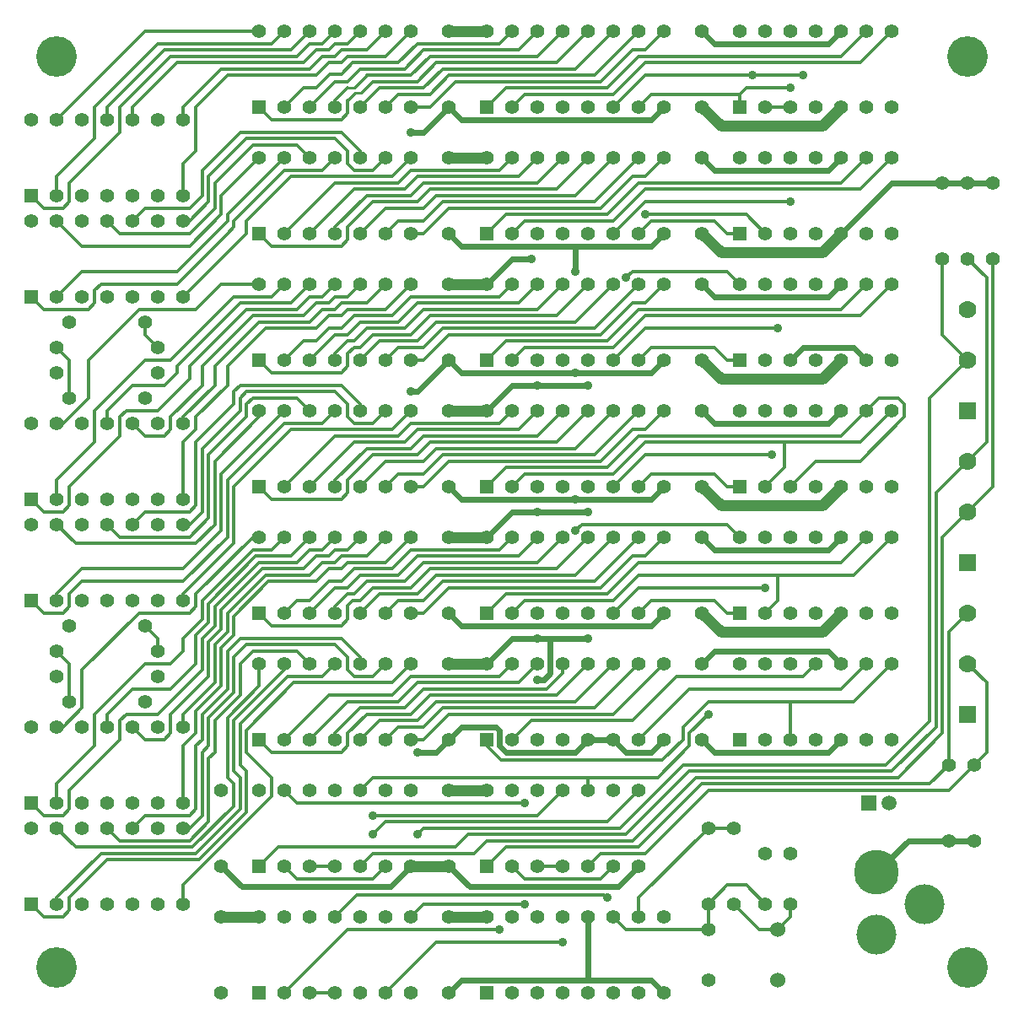
<source format=gbl>
G04 #@! TF.FileFunction,Copper,L2,Bot,Signal*
%FSLAX46Y46*%
G04 Gerber Fmt 4.6, Leading zero omitted, Abs format (unit mm)*
G04 Created by KiCad (PCBNEW 4.0.7) date 02/26/19 10:17:44*
%MOMM*%
%LPD*%
G01*
G04 APERTURE LIST*
%ADD10C,0.150000*%
%ADD11C,1.397000*%
%ADD12R,1.397000X1.397000*%
%ADD13C,4.064000*%
%ADD14C,4.000000*%
%ADD15C,4.500000*%
%ADD16C,1.524000*%
%ADD17R,1.778000X1.778000*%
%ADD18C,1.778000*%
%ADD19R,1.490980X1.490980*%
%ADD20C,1.490980*%
%ADD21C,0.889000*%
%ADD22C,0.355600*%
%ADD23C,0.609600*%
%ADD24C,1.117600*%
%ADD25C,0.254000*%
G04 APERTURE END LIST*
D10*
D11*
X90170000Y-113030000D03*
X82550000Y-113030000D03*
X82550000Y-120650000D03*
X90170000Y-120650000D03*
X90170000Y-82550000D03*
X82550000Y-82550000D03*
X82550000Y-90170000D03*
X90170000Y-90170000D03*
X172720000Y-76200000D03*
X172720000Y-68580000D03*
X175260000Y-76200000D03*
X175260000Y-68580000D03*
X149225000Y-133350000D03*
X149225000Y-140970000D03*
X146685000Y-140970000D03*
X146685000Y-133350000D03*
X170180000Y-76200000D03*
X170180000Y-68580000D03*
X173355000Y-127000000D03*
X173355000Y-134620000D03*
X170815000Y-127000000D03*
X170815000Y-134620000D03*
X81280000Y-87630000D03*
X81280000Y-85090000D03*
X91440000Y-87630000D03*
X91440000Y-85090000D03*
X81280000Y-118110000D03*
X81280000Y-115570000D03*
X91440000Y-118110000D03*
X91440000Y-115570000D03*
D12*
X124460000Y-60960000D03*
D11*
X127000000Y-60960000D03*
X129540000Y-60960000D03*
X132080000Y-60960000D03*
X134620000Y-60960000D03*
X137160000Y-60960000D03*
X139700000Y-60960000D03*
X142240000Y-60960000D03*
X142240000Y-53340000D03*
X139700000Y-53340000D03*
X137160000Y-53340000D03*
X134620000Y-53340000D03*
X132080000Y-53340000D03*
X129540000Y-53340000D03*
X127000000Y-53340000D03*
X124460000Y-53340000D03*
D12*
X124460000Y-149860000D03*
D11*
X127000000Y-149860000D03*
X129540000Y-149860000D03*
X132080000Y-149860000D03*
X134620000Y-149860000D03*
X137160000Y-149860000D03*
X139700000Y-149860000D03*
X142240000Y-149860000D03*
X142240000Y-142240000D03*
X139700000Y-142240000D03*
X137160000Y-142240000D03*
X134620000Y-142240000D03*
X132080000Y-142240000D03*
X129540000Y-142240000D03*
X127000000Y-142240000D03*
X124460000Y-142240000D03*
D12*
X124460000Y-124460000D03*
D11*
X127000000Y-124460000D03*
X129540000Y-124460000D03*
X132080000Y-124460000D03*
X134620000Y-124460000D03*
X137160000Y-124460000D03*
X139700000Y-124460000D03*
X142240000Y-124460000D03*
X142240000Y-116840000D03*
X139700000Y-116840000D03*
X137160000Y-116840000D03*
X134620000Y-116840000D03*
X132080000Y-116840000D03*
X129540000Y-116840000D03*
X127000000Y-116840000D03*
X124460000Y-116840000D03*
D12*
X124460000Y-111760000D03*
D11*
X127000000Y-111760000D03*
X129540000Y-111760000D03*
X132080000Y-111760000D03*
X134620000Y-111760000D03*
X137160000Y-111760000D03*
X139700000Y-111760000D03*
X142240000Y-111760000D03*
X142240000Y-104140000D03*
X139700000Y-104140000D03*
X137160000Y-104140000D03*
X134620000Y-104140000D03*
X132080000Y-104140000D03*
X129540000Y-104140000D03*
X127000000Y-104140000D03*
X124460000Y-104140000D03*
D12*
X124460000Y-99060000D03*
D11*
X127000000Y-99060000D03*
X129540000Y-99060000D03*
X132080000Y-99060000D03*
X134620000Y-99060000D03*
X137160000Y-99060000D03*
X139700000Y-99060000D03*
X142240000Y-99060000D03*
X142240000Y-91440000D03*
X139700000Y-91440000D03*
X137160000Y-91440000D03*
X134620000Y-91440000D03*
X132080000Y-91440000D03*
X129540000Y-91440000D03*
X127000000Y-91440000D03*
X124460000Y-91440000D03*
D12*
X124460000Y-86360000D03*
D11*
X127000000Y-86360000D03*
X129540000Y-86360000D03*
X132080000Y-86360000D03*
X134620000Y-86360000D03*
X137160000Y-86360000D03*
X139700000Y-86360000D03*
X142240000Y-86360000D03*
X142240000Y-78740000D03*
X139700000Y-78740000D03*
X137160000Y-78740000D03*
X134620000Y-78740000D03*
X132080000Y-78740000D03*
X129540000Y-78740000D03*
X127000000Y-78740000D03*
X124460000Y-78740000D03*
D12*
X124460000Y-73660000D03*
D11*
X127000000Y-73660000D03*
X129540000Y-73660000D03*
X132080000Y-73660000D03*
X134620000Y-73660000D03*
X137160000Y-73660000D03*
X139700000Y-73660000D03*
X142240000Y-73660000D03*
X142240000Y-66040000D03*
X139700000Y-66040000D03*
X137160000Y-66040000D03*
X134620000Y-66040000D03*
X132080000Y-66040000D03*
X129540000Y-66040000D03*
X127000000Y-66040000D03*
X124460000Y-66040000D03*
D12*
X101600000Y-73660000D03*
D11*
X104140000Y-73660000D03*
X106680000Y-73660000D03*
X109220000Y-73660000D03*
X111760000Y-73660000D03*
X114300000Y-73660000D03*
X116840000Y-73660000D03*
X116840000Y-66040000D03*
X114300000Y-66040000D03*
X111760000Y-66040000D03*
X109220000Y-66040000D03*
X106680000Y-66040000D03*
X104140000Y-66040000D03*
X101600000Y-66040000D03*
D12*
X101600000Y-60960000D03*
D11*
X104140000Y-60960000D03*
X106680000Y-60960000D03*
X109220000Y-60960000D03*
X111760000Y-60960000D03*
X114300000Y-60960000D03*
X116840000Y-60960000D03*
X116840000Y-53340000D03*
X114300000Y-53340000D03*
X111760000Y-53340000D03*
X109220000Y-53340000D03*
X106680000Y-53340000D03*
X104140000Y-53340000D03*
X101600000Y-53340000D03*
D12*
X101600000Y-86360000D03*
D11*
X104140000Y-86360000D03*
X106680000Y-86360000D03*
X109220000Y-86360000D03*
X111760000Y-86360000D03*
X114300000Y-86360000D03*
X116840000Y-86360000D03*
X116840000Y-78740000D03*
X114300000Y-78740000D03*
X111760000Y-78740000D03*
X109220000Y-78740000D03*
X106680000Y-78740000D03*
X104140000Y-78740000D03*
X101600000Y-78740000D03*
D12*
X101600000Y-99060000D03*
D11*
X104140000Y-99060000D03*
X106680000Y-99060000D03*
X109220000Y-99060000D03*
X111760000Y-99060000D03*
X114300000Y-99060000D03*
X116840000Y-99060000D03*
X116840000Y-91440000D03*
X114300000Y-91440000D03*
X111760000Y-91440000D03*
X109220000Y-91440000D03*
X106680000Y-91440000D03*
X104140000Y-91440000D03*
X101600000Y-91440000D03*
D12*
X101600000Y-111760000D03*
D11*
X104140000Y-111760000D03*
X106680000Y-111760000D03*
X109220000Y-111760000D03*
X111760000Y-111760000D03*
X114300000Y-111760000D03*
X116840000Y-111760000D03*
X116840000Y-104140000D03*
X114300000Y-104140000D03*
X111760000Y-104140000D03*
X109220000Y-104140000D03*
X106680000Y-104140000D03*
X104140000Y-104140000D03*
X101600000Y-104140000D03*
D12*
X101600000Y-124460000D03*
D11*
X104140000Y-124460000D03*
X106680000Y-124460000D03*
X109220000Y-124460000D03*
X111760000Y-124460000D03*
X114300000Y-124460000D03*
X116840000Y-124460000D03*
X116840000Y-116840000D03*
X114300000Y-116840000D03*
X111760000Y-116840000D03*
X109220000Y-116840000D03*
X106680000Y-116840000D03*
X104140000Y-116840000D03*
X101600000Y-116840000D03*
D12*
X124460000Y-137160000D03*
D11*
X127000000Y-137160000D03*
X129540000Y-137160000D03*
X132080000Y-137160000D03*
X134620000Y-137160000D03*
X137160000Y-137160000D03*
X139700000Y-137160000D03*
X139700000Y-129540000D03*
X137160000Y-129540000D03*
X134620000Y-129540000D03*
X132080000Y-129540000D03*
X129540000Y-129540000D03*
X127000000Y-129540000D03*
X124460000Y-129540000D03*
D12*
X101600000Y-149860000D03*
D11*
X104140000Y-149860000D03*
X106680000Y-149860000D03*
X109220000Y-149860000D03*
X111760000Y-149860000D03*
X114300000Y-149860000D03*
X116840000Y-149860000D03*
X116840000Y-142240000D03*
X114300000Y-142240000D03*
X111760000Y-142240000D03*
X109220000Y-142240000D03*
X106680000Y-142240000D03*
X104140000Y-142240000D03*
X101600000Y-142240000D03*
D12*
X101600000Y-137160000D03*
D11*
X104140000Y-137160000D03*
X106680000Y-137160000D03*
X109220000Y-137160000D03*
X111760000Y-137160000D03*
X114300000Y-137160000D03*
X116840000Y-137160000D03*
X116840000Y-129540000D03*
X114300000Y-129540000D03*
X111760000Y-129540000D03*
X109220000Y-129540000D03*
X106680000Y-129540000D03*
X104140000Y-129540000D03*
X101600000Y-129540000D03*
D12*
X149860000Y-124460000D03*
D11*
X152400000Y-124460000D03*
X154940000Y-124460000D03*
X157480000Y-124460000D03*
X160020000Y-124460000D03*
X162560000Y-124460000D03*
X165100000Y-124460000D03*
X165100000Y-116840000D03*
X162560000Y-116840000D03*
X160020000Y-116840000D03*
X157480000Y-116840000D03*
X154940000Y-116840000D03*
X152400000Y-116840000D03*
X149860000Y-116840000D03*
D12*
X149860000Y-111760000D03*
D11*
X152400000Y-111760000D03*
X154940000Y-111760000D03*
X157480000Y-111760000D03*
X160020000Y-111760000D03*
X162560000Y-111760000D03*
X165100000Y-111760000D03*
X165100000Y-104140000D03*
X162560000Y-104140000D03*
X160020000Y-104140000D03*
X157480000Y-104140000D03*
X154940000Y-104140000D03*
X152400000Y-104140000D03*
X149860000Y-104140000D03*
D12*
X149860000Y-99060000D03*
D11*
X152400000Y-99060000D03*
X154940000Y-99060000D03*
X157480000Y-99060000D03*
X160020000Y-99060000D03*
X162560000Y-99060000D03*
X165100000Y-99060000D03*
X165100000Y-91440000D03*
X162560000Y-91440000D03*
X160020000Y-91440000D03*
X157480000Y-91440000D03*
X154940000Y-91440000D03*
X152400000Y-91440000D03*
X149860000Y-91440000D03*
D12*
X149860000Y-86360000D03*
D11*
X152400000Y-86360000D03*
X154940000Y-86360000D03*
X157480000Y-86360000D03*
X160020000Y-86360000D03*
X162560000Y-86360000D03*
X165100000Y-86360000D03*
X165100000Y-78740000D03*
X162560000Y-78740000D03*
X160020000Y-78740000D03*
X157480000Y-78740000D03*
X154940000Y-78740000D03*
X152400000Y-78740000D03*
X149860000Y-78740000D03*
D12*
X149860000Y-73660000D03*
D11*
X152400000Y-73660000D03*
X154940000Y-73660000D03*
X157480000Y-73660000D03*
X160020000Y-73660000D03*
X162560000Y-73660000D03*
X165100000Y-73660000D03*
X165100000Y-66040000D03*
X162560000Y-66040000D03*
X160020000Y-66040000D03*
X157480000Y-66040000D03*
X154940000Y-66040000D03*
X152400000Y-66040000D03*
X149860000Y-66040000D03*
D12*
X149860000Y-60960000D03*
D11*
X152400000Y-60960000D03*
X154940000Y-60960000D03*
X157480000Y-60960000D03*
X160020000Y-60960000D03*
X162560000Y-60960000D03*
X165100000Y-60960000D03*
X165100000Y-53340000D03*
X162560000Y-53340000D03*
X160020000Y-53340000D03*
X157480000Y-53340000D03*
X154940000Y-53340000D03*
X152400000Y-53340000D03*
X149860000Y-53340000D03*
D13*
X81280000Y-147320000D03*
X172720000Y-55880000D03*
X172720000Y-147320000D03*
X81280000Y-55880000D03*
D14*
X163600000Y-144000000D03*
D15*
X163600000Y-137799860D03*
D14*
X168400600Y-141000260D03*
D11*
X146685000Y-143510000D03*
X146685000Y-148590000D03*
D16*
X153670000Y-143510000D03*
X153670000Y-148590000D03*
D12*
X78740000Y-69850000D03*
D11*
X81280000Y-69850000D03*
X83820000Y-69850000D03*
X86360000Y-69850000D03*
X88900000Y-69850000D03*
X91440000Y-69850000D03*
X93980000Y-69850000D03*
X93980000Y-62230000D03*
X91440000Y-62230000D03*
X88900000Y-62230000D03*
X86360000Y-62230000D03*
X83820000Y-62230000D03*
X81280000Y-62230000D03*
X78740000Y-62230000D03*
D12*
X78740000Y-140970000D03*
D11*
X81280000Y-140970000D03*
X83820000Y-140970000D03*
X86360000Y-140970000D03*
X88900000Y-140970000D03*
X91440000Y-140970000D03*
X93980000Y-140970000D03*
X93980000Y-133350000D03*
X91440000Y-133350000D03*
X88900000Y-133350000D03*
X86360000Y-133350000D03*
X83820000Y-133350000D03*
X81280000Y-133350000D03*
X78740000Y-133350000D03*
D12*
X78740000Y-80010000D03*
D11*
X81280000Y-80010000D03*
X83820000Y-80010000D03*
X86360000Y-80010000D03*
X88900000Y-80010000D03*
X91440000Y-80010000D03*
X93980000Y-80010000D03*
X93980000Y-72390000D03*
X91440000Y-72390000D03*
X88900000Y-72390000D03*
X86360000Y-72390000D03*
X83820000Y-72390000D03*
X81280000Y-72390000D03*
X78740000Y-72390000D03*
D12*
X78740000Y-100330000D03*
D11*
X81280000Y-100330000D03*
X83820000Y-100330000D03*
X86360000Y-100330000D03*
X88900000Y-100330000D03*
X91440000Y-100330000D03*
X93980000Y-100330000D03*
X93980000Y-92710000D03*
X91440000Y-92710000D03*
X88900000Y-92710000D03*
X86360000Y-92710000D03*
X83820000Y-92710000D03*
X81280000Y-92710000D03*
X78740000Y-92710000D03*
D12*
X78740000Y-110490000D03*
D11*
X81280000Y-110490000D03*
X83820000Y-110490000D03*
X86360000Y-110490000D03*
X88900000Y-110490000D03*
X91440000Y-110490000D03*
X93980000Y-110490000D03*
X93980000Y-102870000D03*
X91440000Y-102870000D03*
X88900000Y-102870000D03*
X86360000Y-102870000D03*
X83820000Y-102870000D03*
X81280000Y-102870000D03*
X78740000Y-102870000D03*
D12*
X78740000Y-130810000D03*
D11*
X81280000Y-130810000D03*
X83820000Y-130810000D03*
X86360000Y-130810000D03*
X88900000Y-130810000D03*
X91440000Y-130810000D03*
X93980000Y-130810000D03*
X93980000Y-123190000D03*
X91440000Y-123190000D03*
X88900000Y-123190000D03*
X86360000Y-123190000D03*
X83820000Y-123190000D03*
X81280000Y-123190000D03*
X78740000Y-123190000D03*
D17*
X172720000Y-91440000D03*
D18*
X172720000Y-86360000D03*
X172720000Y-81280000D03*
D17*
X172720000Y-106680000D03*
D18*
X172720000Y-101600000D03*
X172720000Y-96520000D03*
D17*
X172720000Y-121920000D03*
D18*
X172720000Y-116840000D03*
X172720000Y-111760000D03*
D19*
X162829240Y-130810000D03*
D20*
X164830760Y-130810000D03*
D11*
X120650000Y-91440000D03*
X120650000Y-99060000D03*
X120650000Y-142240000D03*
X120650000Y-149860000D03*
X97790000Y-129540000D03*
X97790000Y-137160000D03*
X120650000Y-129540000D03*
X120650000Y-137160000D03*
X97790000Y-142240000D03*
X97790000Y-149860000D03*
X120650000Y-66040000D03*
X120650000Y-73660000D03*
X120650000Y-78740000D03*
X120650000Y-86360000D03*
X146050000Y-111760000D03*
X146050000Y-104140000D03*
X120650000Y-104140000D03*
X120650000Y-111760000D03*
X120650000Y-116840000D03*
X120650000Y-124460000D03*
X146050000Y-60960000D03*
X146050000Y-53340000D03*
X146050000Y-73660000D03*
X146050000Y-66040000D03*
X146050000Y-86360000D03*
X146050000Y-78740000D03*
X146050000Y-99060000D03*
X146050000Y-91440000D03*
X146050000Y-124460000D03*
X146050000Y-116840000D03*
X120650000Y-53340000D03*
X120650000Y-60960000D03*
X154940000Y-140970000D03*
X152400000Y-140970000D03*
X154940000Y-135890000D03*
X152400000Y-135890000D03*
D21*
X146685000Y-121920000D03*
X128270000Y-140970000D03*
X133350000Y-103505000D03*
X128270000Y-130810000D03*
X136525000Y-140335000D03*
X138430000Y-78105000D03*
X140335000Y-71755000D03*
X132080000Y-144780000D03*
X133350000Y-77470000D03*
X133350000Y-100330000D03*
X133350000Y-87630000D03*
X117475000Y-125730000D03*
X116840000Y-89535000D03*
X116840000Y-63500000D03*
X128905000Y-76200000D03*
X129540000Y-118427500D03*
X134620000Y-114300000D03*
X129540000Y-114300000D03*
X129540000Y-101600000D03*
X134620000Y-101600000D03*
X134620000Y-88900000D03*
X129540000Y-88900000D03*
X117475000Y-133985000D03*
X113030000Y-133985000D03*
X113030000Y-132080000D03*
X125730000Y-143510000D03*
X151130000Y-57785000D03*
X156184602Y-57785000D03*
X154940000Y-59055000D03*
X154940000Y-70485000D03*
X153670000Y-83185000D03*
X153035000Y-95885000D03*
X152400000Y-109220000D03*
D22*
X144780000Y-123825000D02*
X146685000Y-121920000D01*
X134620000Y-129540000D02*
X134620000Y-128270000D01*
X111760000Y-129540000D02*
X113030000Y-128270000D01*
X113030000Y-128270000D02*
X134620000Y-128270000D01*
X141605000Y-128270000D02*
X144780000Y-125095000D01*
X134620000Y-128270000D02*
X141605000Y-128270000D01*
X144780000Y-123825000D02*
X144780000Y-125095000D01*
X154305000Y-94615000D02*
X161925000Y-94615000D01*
X161925000Y-94615000D02*
X165100000Y-91440000D01*
X152400000Y-99060000D02*
X154305000Y-97155000D01*
X154305000Y-97155000D02*
X154305000Y-94615000D01*
X137160000Y-97790000D02*
X140335000Y-94615000D01*
X140335000Y-94615000D02*
X154305000Y-94615000D01*
X127000000Y-99060000D02*
X128270000Y-97790000D01*
X128270000Y-97790000D02*
X137160000Y-97790000D01*
X116840000Y-142240000D02*
X118110000Y-140970000D01*
X118110000Y-140970000D02*
X128270000Y-140970000D01*
X148590000Y-102870000D02*
X133985000Y-102870000D01*
X133985000Y-102870000D02*
X133350000Y-103505000D01*
X149860000Y-104140000D02*
X148590000Y-102870000D01*
X104140000Y-129540000D02*
X105410000Y-130810000D01*
X105410000Y-130810000D02*
X128270000Y-130810000D01*
X161925000Y-69215000D02*
X140335000Y-69215000D01*
X140335000Y-69215000D02*
X137160000Y-72390000D01*
X127000000Y-73660000D02*
X128270000Y-72390000D01*
X128270000Y-72390000D02*
X137160000Y-72390000D01*
X161925000Y-69215000D02*
X165100000Y-66040000D01*
X109220000Y-142240000D02*
X111442500Y-140017500D01*
X136207500Y-140017500D02*
X136525000Y-140335000D01*
X111442500Y-140017500D02*
X136207500Y-140017500D01*
X138430000Y-78105000D02*
X139065000Y-77470000D01*
X139065000Y-77470000D02*
X148590000Y-77470000D01*
X148590000Y-77470000D02*
X149860000Y-78740000D01*
X152400000Y-73660000D02*
X150495000Y-71755000D01*
X150495000Y-71755000D02*
X140335000Y-71755000D01*
X114300000Y-149860000D02*
X119380000Y-144780000D01*
X119380000Y-144780000D02*
X132080000Y-144780000D01*
X152400000Y-60960000D02*
X154940000Y-60960000D01*
D23*
X160020000Y-91440000D02*
X158750000Y-92710000D01*
X158750000Y-92710000D02*
X147320000Y-92710000D01*
X147320000Y-92710000D02*
X146050000Y-91440000D01*
X158750000Y-115570000D02*
X147320000Y-115570000D01*
X146050000Y-116840000D02*
X147320000Y-115570000D01*
X158750000Y-115570000D02*
X160020000Y-116840000D01*
X133350000Y-77470000D02*
X133350000Y-74930000D01*
X120650000Y-124460000D02*
X119380000Y-125730000D01*
X117475000Y-125730000D02*
X119380000Y-125730000D01*
X122713750Y-139223750D02*
X137636250Y-139223750D01*
X137636250Y-139223750D02*
X139700000Y-137160000D01*
X99853750Y-139223750D02*
X114776250Y-139223750D01*
X114776250Y-139223750D02*
X116840000Y-137160000D01*
X134620000Y-142240000D02*
X134620000Y-148590000D01*
X125412500Y-123190000D02*
X125730000Y-123507500D01*
X120650000Y-124460000D02*
X121920000Y-123190000D01*
X133350000Y-125730000D02*
X134620000Y-124460000D01*
X126365000Y-125730000D02*
X133350000Y-125730000D01*
X125730000Y-125095000D02*
X126365000Y-125730000D01*
X125730000Y-123507500D02*
X125730000Y-125095000D01*
X121920000Y-123190000D02*
X125412500Y-123190000D01*
X117475000Y-89535000D02*
X120650000Y-86360000D01*
X116840000Y-89535000D02*
X117475000Y-89535000D01*
X118110000Y-63500000D02*
X120650000Y-60960000D01*
X116840000Y-63500000D02*
X118110000Y-63500000D01*
X162560000Y-86360000D02*
X161290000Y-85090000D01*
X156210000Y-85090000D02*
X154940000Y-86360000D01*
X161290000Y-85090000D02*
X156210000Y-85090000D01*
X97790000Y-137160000D02*
X99853750Y-139223750D01*
X120650000Y-149860000D02*
X121920000Y-148590000D01*
X121920000Y-148590000D02*
X134620000Y-148590000D01*
X140970000Y-148590000D02*
X142240000Y-149860000D01*
X134620000Y-148590000D02*
X140970000Y-148590000D01*
X120650000Y-137160000D02*
X122713750Y-139223750D01*
X120650000Y-111760000D02*
X121920000Y-113030000D01*
X140970000Y-113030000D02*
X142240000Y-111760000D01*
X121920000Y-113030000D02*
X140970000Y-113030000D01*
X120650000Y-99060000D02*
X121920000Y-100330000D01*
X121920000Y-100330000D02*
X133350000Y-100330000D01*
X140970000Y-100330000D02*
X142240000Y-99060000D01*
X133350000Y-100330000D02*
X140970000Y-100330000D01*
X120650000Y-86360000D02*
X121920000Y-87630000D01*
X140970000Y-87630000D02*
X142240000Y-86360000D01*
X121920000Y-87630000D02*
X133350000Y-87630000D01*
X133350000Y-87630000D02*
X140970000Y-87630000D01*
X120650000Y-73660000D02*
X121920000Y-74930000D01*
X121920000Y-74930000D02*
X133350000Y-74930000D01*
X133350000Y-74930000D02*
X140970000Y-74930000D01*
X140970000Y-74930000D02*
X142240000Y-73660000D01*
X120650000Y-60960000D02*
X121920000Y-62230000D01*
X140970000Y-62230000D02*
X142240000Y-60960000D01*
X121920000Y-62230000D02*
X140970000Y-62230000D01*
D24*
X120650000Y-137160000D02*
X116840000Y-137160000D01*
D23*
X146050000Y-104140000D02*
X147320000Y-105410000D01*
X158750000Y-105410000D02*
X160020000Y-104140000D01*
X147320000Y-105410000D02*
X158750000Y-105410000D01*
X137160000Y-124460000D02*
X138430000Y-125730000D01*
X140970000Y-125730000D02*
X142240000Y-124460000D01*
X138430000Y-125730000D02*
X140970000Y-125730000D01*
X134620000Y-124460000D02*
X137160000Y-124460000D01*
X146050000Y-78740000D02*
X147320000Y-80010000D01*
X158750000Y-80010000D02*
X160020000Y-78740000D01*
X147320000Y-80010000D02*
X158750000Y-80010000D01*
X146050000Y-53340000D02*
X147320000Y-54610000D01*
X147320000Y-54610000D02*
X158750000Y-54610000D01*
X158750000Y-54610000D02*
X160020000Y-53340000D01*
X146050000Y-66040000D02*
X147320000Y-67310000D01*
X158750000Y-67310000D02*
X160020000Y-66040000D01*
X147320000Y-67310000D02*
X158750000Y-67310000D01*
X172720000Y-68580000D02*
X175260000Y-68580000D01*
X170180000Y-68580000D02*
X172720000Y-68580000D01*
X160020000Y-73660000D02*
X165100000Y-68580000D01*
X165100000Y-68580000D02*
X170180000Y-68580000D01*
X130810000Y-114300000D02*
X134620000Y-114300000D01*
X129540000Y-114300000D02*
X130810000Y-114300000D01*
X124460000Y-116840000D02*
X127000000Y-114300000D01*
X127000000Y-114300000D02*
X129540000Y-114300000D01*
X129540000Y-101600000D02*
X134620000Y-101600000D01*
X124460000Y-104140000D02*
X127000000Y-101600000D01*
X127000000Y-101600000D02*
X129540000Y-101600000D01*
X129540000Y-88900000D02*
X134620000Y-88900000D01*
X124460000Y-91440000D02*
X127000000Y-88900000D01*
X127000000Y-88900000D02*
X129540000Y-88900000D01*
X124460000Y-78740000D02*
X127000000Y-76200000D01*
X127000000Y-76200000D02*
X128905000Y-76200000D01*
D24*
X101600000Y-142240000D02*
X97790000Y-142240000D01*
X120650000Y-116840000D02*
X124460000Y-116840000D01*
X146050000Y-111760000D02*
X147955000Y-113665000D01*
X158115000Y-113665000D02*
X160020000Y-111760000D01*
X147955000Y-113665000D02*
X158115000Y-113665000D01*
X146050000Y-99060000D02*
X147955000Y-100965000D01*
X158115000Y-100965000D02*
X160020000Y-99060000D01*
X147955000Y-100965000D02*
X158115000Y-100965000D01*
X146050000Y-86360000D02*
X147955000Y-88265000D01*
X158115000Y-88265000D02*
X160020000Y-86360000D01*
X147955000Y-88265000D02*
X158115000Y-88265000D01*
X146050000Y-73660000D02*
X147955000Y-75565000D01*
X158115000Y-75565000D02*
X160020000Y-73660000D01*
X147955000Y-75565000D02*
X158115000Y-75565000D01*
X146050000Y-60960000D02*
X147955000Y-62865000D01*
X147955000Y-62865000D02*
X158115000Y-62865000D01*
X158115000Y-62865000D02*
X160020000Y-60960000D01*
D23*
X170815000Y-134620000D02*
X166779860Y-134620000D01*
X166779860Y-134620000D02*
X163600000Y-137799860D01*
X129540000Y-118427500D02*
X130175000Y-118427500D01*
X130175000Y-118427500D02*
X130810000Y-117792500D01*
X130810000Y-117792500D02*
X130810000Y-114300000D01*
X146050000Y-124460000D02*
X147320000Y-125730000D01*
X158750000Y-125730000D02*
X160020000Y-124460000D01*
X147320000Y-125730000D02*
X158750000Y-125730000D01*
X170815000Y-134620000D02*
X173355000Y-134620000D01*
D24*
X120650000Y-142240000D02*
X124460000Y-142240000D01*
X120650000Y-129540000D02*
X124460000Y-129540000D01*
X120650000Y-104140000D02*
X124460000Y-104140000D01*
X120650000Y-91440000D02*
X124460000Y-91440000D01*
X120650000Y-78740000D02*
X124460000Y-78740000D01*
X124460000Y-66040000D02*
X120650000Y-66040000D01*
X120650000Y-53340000D02*
X124460000Y-53340000D01*
D22*
X137160000Y-142240000D02*
X138430000Y-143510000D01*
X138430000Y-143510000D02*
X146685000Y-143510000D01*
X146685000Y-140970000D02*
X146685000Y-143510000D01*
X152400000Y-140970000D02*
X150495000Y-139065000D01*
X148590000Y-139065000D02*
X146685000Y-140970000D01*
X150495000Y-139065000D02*
X148590000Y-139065000D01*
X154940000Y-140970000D02*
X154940000Y-142240000D01*
X154940000Y-142240000D02*
X153670000Y-143510000D01*
X153670000Y-143510000D02*
X151765000Y-143510000D01*
X151765000Y-143510000D02*
X149225000Y-140970000D01*
X82550000Y-90170000D02*
X82550000Y-86360000D01*
X82550000Y-86360000D02*
X81280000Y-85090000D01*
X90170000Y-82550000D02*
X90170000Y-83820000D01*
X90170000Y-83820000D02*
X91440000Y-85090000D01*
X82550000Y-120650000D02*
X82550000Y-116840000D01*
X82550000Y-116840000D02*
X81280000Y-115570000D01*
X91440000Y-115570000D02*
X91440000Y-114300000D01*
X91440000Y-114300000D02*
X90170000Y-113030000D01*
X78740000Y-69850000D02*
X80010000Y-71120000D01*
X107950000Y-54610000D02*
X109220000Y-53340000D01*
X106680000Y-54610000D02*
X107950000Y-54610000D01*
X105410000Y-55880000D02*
X106680000Y-54610000D01*
X92710000Y-55880000D02*
X105410000Y-55880000D01*
X87630000Y-60960000D02*
X92710000Y-55880000D01*
X87630000Y-63500000D02*
X87630000Y-60960000D01*
X85090000Y-66040000D02*
X87630000Y-63500000D01*
X82550000Y-68580000D02*
X85090000Y-66040000D01*
X82550000Y-69215000D02*
X82550000Y-68580000D01*
X82550000Y-70485000D02*
X82550000Y-69215000D01*
X81915000Y-71120000D02*
X82550000Y-70485000D01*
X80010000Y-71120000D02*
X81915000Y-71120000D01*
X104140000Y-53340000D02*
X102870000Y-54610000D01*
X81280000Y-67945000D02*
X81280000Y-69850000D01*
X85090000Y-64135000D02*
X81280000Y-67945000D01*
X85090000Y-60960000D02*
X85090000Y-64135000D01*
X91440000Y-54610000D02*
X85090000Y-60960000D01*
X102870000Y-54610000D02*
X91440000Y-54610000D01*
X111125000Y-55880000D02*
X114300000Y-55880000D01*
X114300000Y-55880000D02*
X116840000Y-53340000D01*
X108585000Y-56515000D02*
X107315000Y-57785000D01*
X109855000Y-56515000D02*
X108585000Y-56515000D01*
X110490000Y-55880000D02*
X109855000Y-56515000D01*
X111125000Y-55880000D02*
X110490000Y-55880000D01*
X93980000Y-66675000D02*
X93980000Y-69850000D01*
X95250000Y-65405000D02*
X93980000Y-66675000D01*
X95250000Y-60960000D02*
X95250000Y-65405000D01*
X98425000Y-57785000D02*
X95250000Y-60960000D01*
X107315000Y-57785000D02*
X98425000Y-57785000D01*
X109855000Y-55245000D02*
X112395000Y-55245000D01*
X112395000Y-55245000D02*
X114300000Y-53340000D01*
X107950000Y-55880000D02*
X106680000Y-57150000D01*
X109220000Y-55880000D02*
X107950000Y-55880000D01*
X109855000Y-55245000D02*
X109220000Y-55880000D01*
X93980000Y-62230000D02*
X93980000Y-60960000D01*
X97790000Y-57150000D02*
X106680000Y-57150000D01*
X93980000Y-60960000D02*
X97790000Y-57150000D01*
X110490000Y-54610000D02*
X109220000Y-54610000D01*
X107315000Y-55245000D02*
X106045000Y-56515000D01*
X108585000Y-55245000D02*
X107315000Y-55245000D01*
X109220000Y-54610000D02*
X108585000Y-55245000D01*
X88900000Y-62230000D02*
X88900000Y-60960000D01*
X93345000Y-56515000D02*
X106045000Y-56515000D01*
X88900000Y-60960000D02*
X93345000Y-56515000D01*
X110490000Y-54610000D02*
X111760000Y-53340000D01*
X92075000Y-55245000D02*
X104775000Y-55245000D01*
X104775000Y-55245000D02*
X106680000Y-53340000D01*
X86360000Y-62230000D02*
X86360000Y-60960000D01*
X86360000Y-60960000D02*
X92075000Y-55245000D01*
X81280000Y-62230000D02*
X90170000Y-53340000D01*
X90170000Y-53340000D02*
X101600000Y-53340000D01*
X93345000Y-78740000D02*
X98425000Y-73660000D01*
X98425000Y-73660000D02*
X99060000Y-73025000D01*
X99060000Y-73025000D02*
X99060000Y-72390000D01*
X85725000Y-78740000D02*
X93345000Y-78740000D01*
X104140000Y-67310000D02*
X107950000Y-67310000D01*
X99060000Y-72390000D02*
X104140000Y-67310000D01*
X109220000Y-66040000D02*
X107950000Y-67310000D01*
X80010000Y-81280000D02*
X78740000Y-80010000D01*
X84455000Y-81280000D02*
X80010000Y-81280000D01*
X85090000Y-80645000D02*
X84455000Y-81280000D01*
X85090000Y-79375000D02*
X85090000Y-80645000D01*
X85725000Y-78740000D02*
X85090000Y-79375000D01*
X98425000Y-72390000D02*
X98425000Y-71755000D01*
X81280000Y-80010000D02*
X83820000Y-77470000D01*
X83820000Y-77470000D02*
X93345000Y-77470000D01*
X98425000Y-71755000D02*
X104140000Y-66040000D01*
X93345000Y-77470000D02*
X98425000Y-72390000D01*
X93980000Y-80010000D02*
X100330000Y-73660000D01*
X100330000Y-73660000D02*
X100330000Y-72390000D01*
X114935000Y-67945000D02*
X116840000Y-66040000D01*
X100330000Y-72390000D02*
X104775000Y-67945000D01*
X104775000Y-67945000D02*
X114935000Y-67945000D01*
X96520000Y-70485000D02*
X96520000Y-67945000D01*
X96520000Y-67945000D02*
X100330000Y-64135000D01*
X93980000Y-72390000D02*
X94615000Y-72390000D01*
X94615000Y-72390000D02*
X96520000Y-70485000D01*
X109220000Y-64135000D02*
X110490000Y-65405000D01*
X100330000Y-64135000D02*
X109220000Y-64135000D01*
X110490000Y-65405000D02*
X110490000Y-66675000D01*
X110490000Y-66675000D02*
X111125000Y-67310000D01*
X111125000Y-67310000D02*
X113030000Y-67310000D01*
X113030000Y-67310000D02*
X114300000Y-66040000D01*
X88900000Y-72390000D02*
X90170000Y-71120000D01*
X111760000Y-65405000D02*
X111760000Y-66040000D01*
X109855000Y-63500000D02*
X111760000Y-65405000D01*
X99695000Y-63500000D02*
X109855000Y-63500000D01*
X95885000Y-67310000D02*
X99695000Y-63500000D01*
X95885000Y-69850000D02*
X95885000Y-67310000D01*
X94615000Y-71120000D02*
X95885000Y-69850000D01*
X90170000Y-71120000D02*
X94615000Y-71120000D01*
X97155000Y-71120000D02*
X97155000Y-68580000D01*
X97155000Y-68580000D02*
X100965000Y-64770000D01*
X97155000Y-71120000D02*
X94615000Y-73660000D01*
X86360000Y-72390000D02*
X87630000Y-73660000D01*
X100965000Y-64770000D02*
X105410000Y-64770000D01*
X105410000Y-64770000D02*
X106680000Y-66040000D01*
X87630000Y-73660000D02*
X94615000Y-73660000D01*
X97790000Y-71755000D02*
X97790000Y-69850000D01*
X97790000Y-69850000D02*
X101600000Y-66040000D01*
X97790000Y-71755000D02*
X94615000Y-74930000D01*
X83820000Y-74930000D02*
X94615000Y-74930000D01*
X81280000Y-72390000D02*
X83820000Y-74930000D01*
X105410000Y-81280000D02*
X100330000Y-81280000D01*
X100330000Y-81280000D02*
X94615000Y-86995000D01*
X99695000Y-81915000D02*
X94615000Y-86995000D01*
X94615000Y-86995000D02*
X94615000Y-88265000D01*
X87630000Y-93980000D02*
X87630000Y-92075000D01*
X82550000Y-100965000D02*
X82550000Y-99060000D01*
X80010000Y-101600000D02*
X81915000Y-101600000D01*
X81915000Y-101600000D02*
X82550000Y-100965000D01*
X78740000Y-100330000D02*
X80010000Y-101600000D01*
X82550000Y-99060000D02*
X87630000Y-93980000D01*
X87630000Y-92075000D02*
X88265000Y-91440000D01*
X91440000Y-91440000D02*
X94615000Y-88265000D01*
X88265000Y-91440000D02*
X91440000Y-91440000D01*
X97790000Y-83820000D02*
X99695000Y-81915000D01*
X107950000Y-80010000D02*
X109220000Y-78740000D01*
X106680000Y-80010000D02*
X107950000Y-80010000D01*
X105410000Y-81280000D02*
X106680000Y-80010000D01*
X102870000Y-80010000D02*
X99060000Y-80010000D01*
X99060000Y-80010000D02*
X92710000Y-86360000D01*
X85090000Y-91440000D02*
X90170000Y-86360000D01*
X90170000Y-86360000D02*
X92710000Y-86360000D01*
X85090000Y-94615000D02*
X85090000Y-91440000D01*
X81280000Y-98425000D02*
X81280000Y-100330000D01*
X81280000Y-98425000D02*
X85090000Y-94615000D01*
X104140000Y-78740000D02*
X102870000Y-80010000D01*
X107315000Y-83185000D02*
X102235000Y-83185000D01*
X102235000Y-83185000D02*
X98425000Y-86995000D01*
X98425000Y-86995000D02*
X98425000Y-88900000D01*
X93980000Y-100330000D02*
X93980000Y-94615000D01*
X93980000Y-94615000D02*
X95250000Y-93345000D01*
X95250000Y-92075000D02*
X95250000Y-93345000D01*
X98425000Y-88900000D02*
X95250000Y-92075000D01*
X108585000Y-81915000D02*
X109855000Y-81915000D01*
X109855000Y-81915000D02*
X110490000Y-81280000D01*
X107315000Y-83185000D02*
X108585000Y-81915000D01*
X114300000Y-81280000D02*
X116840000Y-78740000D01*
X110490000Y-81280000D02*
X114300000Y-81280000D01*
X106680000Y-82550000D02*
X101600000Y-82550000D01*
X101600000Y-82550000D02*
X97155000Y-86995000D01*
X109855000Y-80645000D02*
X112395000Y-80645000D01*
X112395000Y-80645000D02*
X114300000Y-78740000D01*
X97155000Y-86995000D02*
X97155000Y-88900000D01*
X93980000Y-92075000D02*
X93980000Y-92710000D01*
X106680000Y-82550000D02*
X107950000Y-81280000D01*
X109220000Y-81280000D02*
X109855000Y-80645000D01*
X107950000Y-81280000D02*
X109220000Y-81280000D01*
X97155000Y-88900000D02*
X93980000Y-92075000D01*
X106045000Y-81915000D02*
X100965000Y-81915000D01*
X100965000Y-81915000D02*
X95885000Y-86995000D01*
X95885000Y-86995000D02*
X95885000Y-88900000D01*
X110490000Y-80010000D02*
X109220000Y-80010000D01*
X107315000Y-80645000D02*
X108585000Y-80645000D01*
X108585000Y-80645000D02*
X109220000Y-80010000D01*
X107315000Y-80645000D02*
X106045000Y-81915000D01*
X110490000Y-80010000D02*
X111760000Y-78740000D01*
X88900000Y-92710000D02*
X90170000Y-93980000D01*
X90170000Y-93980000D02*
X92075000Y-93980000D01*
X92075000Y-93980000D02*
X92710000Y-93345000D01*
X92710000Y-93345000D02*
X92710000Y-92075000D01*
X92710000Y-92075000D02*
X95885000Y-88900000D01*
X104775000Y-80645000D02*
X99695000Y-80645000D01*
X99695000Y-80645000D02*
X93345000Y-86995000D01*
X86360000Y-91440000D02*
X88900000Y-88900000D01*
X93345000Y-86995000D02*
X93345000Y-87630000D01*
X88900000Y-88900000D02*
X92075000Y-88900000D01*
X92075000Y-88900000D02*
X93345000Y-87630000D01*
X86360000Y-92710000D02*
X86360000Y-91440000D01*
X104775000Y-80645000D02*
X106680000Y-78740000D01*
X101600000Y-78740000D02*
X97790000Y-78740000D01*
X97790000Y-78740000D02*
X95250000Y-81280000D01*
X89535000Y-81280000D02*
X84455000Y-86360000D01*
X89535000Y-81280000D02*
X95250000Y-81280000D01*
X84455000Y-90170000D02*
X84455000Y-86360000D01*
X81915000Y-92710000D02*
X84455000Y-90170000D01*
X81280000Y-92710000D02*
X81915000Y-92710000D01*
X83820000Y-108585000D02*
X93980000Y-108585000D01*
X93980000Y-108585000D02*
X98425000Y-104140000D01*
X83820000Y-108585000D02*
X82550000Y-109855000D01*
X98425000Y-98425000D02*
X104140000Y-92710000D01*
X98425000Y-104140000D02*
X98425000Y-98425000D01*
X104140000Y-92710000D02*
X107950000Y-92710000D01*
X107950000Y-92710000D02*
X109220000Y-91440000D01*
X78740000Y-110490000D02*
X80010000Y-111760000D01*
X82550000Y-111125000D02*
X82550000Y-109855000D01*
X81915000Y-111760000D02*
X82550000Y-111125000D01*
X80010000Y-111760000D02*
X81915000Y-111760000D01*
X83820000Y-107315000D02*
X93980000Y-107315000D01*
X93980000Y-107315000D02*
X97790000Y-103505000D01*
X83820000Y-107315000D02*
X81280000Y-109855000D01*
X81280000Y-109855000D02*
X81280000Y-110490000D01*
X97790000Y-103505000D02*
X97790000Y-97790000D01*
X97790000Y-97790000D02*
X104140000Y-91440000D01*
X81280000Y-109855000D02*
X81280000Y-110490000D01*
X93980000Y-110490000D02*
X93980000Y-109855000D01*
X99060000Y-104775000D02*
X93980000Y-109855000D01*
X99060000Y-99060000D02*
X99060000Y-104775000D01*
X99060000Y-99060000D02*
X104775000Y-93345000D01*
X114935000Y-93345000D02*
X116840000Y-91440000D01*
X104775000Y-93345000D02*
X114935000Y-93345000D01*
X95885000Y-101600000D02*
X95885000Y-95250000D01*
X95885000Y-95250000D02*
X99695000Y-91440000D01*
X99695000Y-91440000D02*
X99695000Y-90170000D01*
X99695000Y-90170000D02*
X100330000Y-89535000D01*
X100330000Y-89535000D02*
X109220000Y-89535000D01*
X110490000Y-90805000D02*
X110490000Y-92075000D01*
X110490000Y-92075000D02*
X111125000Y-92710000D01*
X111125000Y-92710000D02*
X113030000Y-92710000D01*
X114300000Y-91440000D02*
X113030000Y-92710000D01*
X109220000Y-89535000D02*
X110490000Y-90805000D01*
X94615000Y-102870000D02*
X93980000Y-102870000D01*
X95885000Y-101600000D02*
X94615000Y-102870000D01*
X95885000Y-97790000D02*
X95885000Y-101600000D01*
X95250000Y-100965000D02*
X95250000Y-94615000D01*
X95250000Y-94615000D02*
X99060000Y-90805000D01*
X88900000Y-102870000D02*
X90170000Y-101600000D01*
X111760000Y-90805000D02*
X111760000Y-91440000D01*
X109855000Y-88900000D02*
X111760000Y-90805000D01*
X99695000Y-88900000D02*
X109855000Y-88900000D01*
X99060000Y-89535000D02*
X99695000Y-88900000D01*
X99060000Y-90805000D02*
X99060000Y-89535000D01*
X94615000Y-101600000D02*
X95250000Y-100965000D01*
X90170000Y-101600000D02*
X94615000Y-101600000D01*
X96520000Y-102235000D02*
X96520000Y-95885000D01*
X96520000Y-95885000D02*
X100330000Y-92075000D01*
X100330000Y-92075000D02*
X100330000Y-90805000D01*
X96520000Y-102235000D02*
X94615000Y-104140000D01*
X105410000Y-90170000D02*
X100965000Y-90170000D01*
X106680000Y-91440000D02*
X105410000Y-90170000D01*
X100965000Y-90170000D02*
X100330000Y-90805000D01*
X87630000Y-104140000D02*
X86360000Y-102870000D01*
X94615000Y-104140000D02*
X87630000Y-104140000D01*
X81280000Y-102870000D02*
X83185000Y-104775000D01*
X83185000Y-104775000D02*
X95250000Y-104775000D01*
X95250000Y-104775000D02*
X97155000Y-102870000D01*
X97155000Y-102870000D02*
X97155000Y-96520000D01*
X97155000Y-96520000D02*
X101600000Y-92075000D01*
X101600000Y-92075000D02*
X101600000Y-91440000D01*
X101600000Y-92075000D02*
X101600000Y-91440000D01*
X97155000Y-111125000D02*
X97155000Y-111099602D01*
X97155000Y-111099602D02*
X101574602Y-106680000D01*
X101574602Y-106680000D02*
X101574602Y-106654602D01*
X101574602Y-106654602D02*
X101574602Y-106680000D01*
X95885000Y-117475000D02*
X95885000Y-114300000D01*
X95885000Y-114300000D02*
X97155000Y-113030000D01*
X107950000Y-105410000D02*
X106680000Y-105410000D01*
X106680000Y-105410000D02*
X105410000Y-106680000D01*
X97155000Y-111125000D02*
X97155000Y-113030000D01*
X101574602Y-106680000D02*
X105410000Y-106680000D01*
X107950000Y-105410000D02*
X109220000Y-104140000D01*
X78740000Y-130810000D02*
X80010000Y-132080000D01*
X81915000Y-132080000D02*
X80010000Y-132080000D01*
X82550000Y-131445000D02*
X81915000Y-132080000D01*
X82550000Y-129540000D02*
X82550000Y-131445000D01*
X87630000Y-124460000D02*
X82550000Y-129540000D01*
X87630000Y-122555000D02*
X87630000Y-124460000D01*
X88265000Y-121920000D02*
X87630000Y-122555000D01*
X91440000Y-121920000D02*
X88265000Y-121920000D01*
X95885000Y-117475000D02*
X91440000Y-121920000D01*
X95885000Y-110490000D02*
X100965000Y-105410000D01*
X100965000Y-105410000D02*
X102870000Y-105410000D01*
X104140000Y-104140000D02*
X102870000Y-105410000D01*
X95885000Y-112395000D02*
X95885000Y-110490000D01*
X95885000Y-112395000D02*
X93980000Y-114300000D01*
X81280000Y-128905000D02*
X81280000Y-130810000D01*
X85090000Y-125095000D02*
X81280000Y-128905000D01*
X85090000Y-121920000D02*
X85090000Y-125095000D01*
X90170000Y-116840000D02*
X85090000Y-121920000D01*
X92710000Y-116840000D02*
X90170000Y-116840000D01*
X93980000Y-115570000D02*
X92710000Y-116840000D01*
X93980000Y-114300000D02*
X93980000Y-115570000D01*
X99060000Y-112077500D02*
X102552500Y-108585000D01*
X95250000Y-123825000D02*
X95250000Y-121602500D01*
X95250000Y-121602500D02*
X97790000Y-119062500D01*
X97790000Y-119062500D02*
X97790000Y-115252500D01*
X97790000Y-115252500D02*
X99060000Y-113982500D01*
X93980000Y-130810000D02*
X93980000Y-125095000D01*
X93980000Y-125095000D02*
X95250000Y-123825000D01*
X114300000Y-106680000D02*
X110490000Y-106680000D01*
X116840000Y-104140000D02*
X114300000Y-106680000D01*
X107315000Y-108585000D02*
X102552500Y-108585000D01*
X108585000Y-107315000D02*
X107315000Y-108585000D01*
X109855000Y-107315000D02*
X108585000Y-107315000D01*
X110490000Y-106680000D02*
X109855000Y-107315000D01*
X99060000Y-112077500D02*
X99060000Y-113982500D01*
X98425000Y-111760000D02*
X102235000Y-107950000D01*
X97155000Y-118745000D02*
X97155000Y-114935000D01*
X97155000Y-114935000D02*
X98425000Y-113665000D01*
X109220000Y-106680000D02*
X109855000Y-106045000D01*
X109855000Y-106045000D02*
X112395000Y-106045000D01*
X109220000Y-106680000D02*
X107950000Y-106680000D01*
X107950000Y-106680000D02*
X106680000Y-107950000D01*
X98425000Y-113665000D02*
X98425000Y-111760000D01*
X93980000Y-121920000D02*
X97155000Y-118745000D01*
X93980000Y-123190000D02*
X93980000Y-121920000D01*
X102235000Y-107950000D02*
X106680000Y-107950000D01*
X114300000Y-104140000D02*
X112395000Y-106045000D01*
X97790000Y-111442500D02*
X101917500Y-107315000D01*
X96520000Y-118110000D02*
X96520000Y-114617500D01*
X96520000Y-114617500D02*
X97790000Y-113347500D01*
X108585000Y-106045000D02*
X109220000Y-105410000D01*
X109220000Y-105410000D02*
X110490000Y-105410000D01*
X108585000Y-106045000D02*
X107315000Y-106045000D01*
X107315000Y-106045000D02*
X106045000Y-107315000D01*
X106045000Y-107315000D02*
X101917500Y-107315000D01*
X111760000Y-104140000D02*
X110490000Y-105410000D01*
X97790000Y-113347500D02*
X97790000Y-111442500D01*
X90170000Y-124460000D02*
X88900000Y-123190000D01*
X92075000Y-124460000D02*
X90170000Y-124460000D01*
X92710000Y-123825000D02*
X92075000Y-124460000D01*
X92710000Y-121920000D02*
X92710000Y-123825000D01*
X96520000Y-118110000D02*
X92710000Y-121920000D01*
X96520000Y-110807500D02*
X101282500Y-106045000D01*
X95250000Y-116840000D02*
X95250000Y-113982500D01*
X95250000Y-113982500D02*
X96520000Y-112712500D01*
X101282500Y-106045000D02*
X104775000Y-106045000D01*
X96520000Y-112712500D02*
X96520000Y-110807500D01*
X86360000Y-123190000D02*
X86360000Y-121920000D01*
X88900000Y-119380000D02*
X92710000Y-119380000D01*
X86360000Y-121920000D02*
X88900000Y-119380000D01*
X106680000Y-104140000D02*
X104775000Y-106045000D01*
X95250000Y-116840000D02*
X92710000Y-119380000D01*
X101600000Y-104140000D02*
X100965000Y-104140000D01*
X100965000Y-104140000D02*
X95250000Y-109855000D01*
X95250000Y-111125000D02*
X95250000Y-109855000D01*
X94615000Y-111760000D02*
X95250000Y-111125000D01*
X81915000Y-123190000D02*
X81280000Y-123190000D01*
X83820000Y-121285000D02*
X81915000Y-123190000D01*
X83820000Y-117475000D02*
X83820000Y-121285000D01*
X89535000Y-111760000D02*
X83820000Y-117475000D01*
X94615000Y-111760000D02*
X89535000Y-111760000D01*
X95567500Y-136525000D02*
X100330000Y-131762500D01*
X99695000Y-122872500D02*
X104457500Y-118110000D01*
X104457500Y-118110000D02*
X107950000Y-118110000D01*
X99695000Y-122872500D02*
X99695000Y-127000000D01*
X99695000Y-127000000D02*
X100330000Y-127635000D01*
X100330000Y-127635000D02*
X100330000Y-131762500D01*
X109220000Y-116840000D02*
X107950000Y-118110000D01*
X95567500Y-136525000D02*
X86360000Y-136525000D01*
X80010000Y-142240000D02*
X78740000Y-140970000D01*
X81915000Y-142240000D02*
X80010000Y-142240000D01*
X82550000Y-141605000D02*
X81915000Y-142240000D01*
X82550000Y-140335000D02*
X82550000Y-141605000D01*
X86360000Y-136525000D02*
X82550000Y-140335000D01*
X95250000Y-135890000D02*
X99695000Y-131445000D01*
X95250000Y-135890000D02*
X85725000Y-135890000D01*
X99695000Y-128587500D02*
X99695000Y-128270000D01*
X99695000Y-131445000D02*
X99695000Y-128587500D01*
X81280000Y-140335000D02*
X81280000Y-140970000D01*
X85725000Y-135890000D02*
X81280000Y-140335000D01*
X99695000Y-128270000D02*
X99060000Y-127635000D01*
X104140000Y-116840000D02*
X104140000Y-117475000D01*
X99060000Y-122555000D02*
X99060000Y-127635000D01*
X104140000Y-117475000D02*
X99060000Y-122555000D01*
X93980000Y-140970000D02*
X93980000Y-139065000D01*
X93980000Y-139065000D02*
X102870000Y-130175000D01*
X100330000Y-123507500D02*
X105092500Y-118745000D01*
X105092500Y-118745000D02*
X114935000Y-118745000D01*
X116840000Y-116840000D02*
X114935000Y-118745000D01*
X102870000Y-128270000D02*
X102870000Y-130175000D01*
X100330000Y-125730000D02*
X102870000Y-128270000D01*
X100330000Y-123507500D02*
X100330000Y-125730000D01*
X96520000Y-125095000D02*
X96520000Y-122237500D01*
X96520000Y-122237500D02*
X99060000Y-119697500D01*
X95885000Y-125730000D02*
X96520000Y-125095000D01*
X94615000Y-133350000D02*
X95885000Y-132080000D01*
X95885000Y-132080000D02*
X95885000Y-125730000D01*
X93980000Y-133350000D02*
X94615000Y-133350000D01*
X113030000Y-118110000D02*
X114300000Y-116840000D01*
X111125000Y-118110000D02*
X113030000Y-118110000D01*
X110490000Y-117475000D02*
X111125000Y-118110000D01*
X110490000Y-116205000D02*
X110490000Y-117475000D01*
X109220000Y-114935000D02*
X110490000Y-116205000D01*
X100330000Y-114935000D02*
X109220000Y-114935000D01*
X99060000Y-116205000D02*
X100330000Y-114935000D01*
X99060000Y-119697500D02*
X99060000Y-116205000D01*
X95885000Y-124460000D02*
X95885000Y-121920000D01*
X95885000Y-121920000D02*
X98425000Y-119380000D01*
X111760000Y-116840000D02*
X111760000Y-116205000D01*
X111760000Y-116205000D02*
X109855000Y-114300000D01*
X98425000Y-119380000D02*
X98425000Y-115570000D01*
X95250000Y-125095000D02*
X95885000Y-124460000D01*
X88900000Y-133350000D02*
X90170000Y-132080000D01*
X94615000Y-132080000D02*
X95250000Y-131445000D01*
X90170000Y-132080000D02*
X94615000Y-132080000D01*
X95250000Y-131445000D02*
X95250000Y-125095000D01*
X99695000Y-114300000D02*
X109855000Y-114300000D01*
X98425000Y-115570000D02*
X99695000Y-114300000D01*
X99695000Y-120015000D02*
X99695000Y-116840000D01*
X99695000Y-116840000D02*
X100965000Y-115570000D01*
X97155000Y-125730000D02*
X97155000Y-122555000D01*
X97155000Y-122555000D02*
X99695000Y-120015000D01*
X105410000Y-115570000D02*
X106680000Y-116840000D01*
X100965000Y-115570000D02*
X105410000Y-115570000D01*
X96520000Y-126365000D02*
X96520000Y-132715000D01*
X96520000Y-132715000D02*
X94615000Y-134620000D01*
X86360000Y-133350000D02*
X87630000Y-134620000D01*
X96520000Y-126365000D02*
X97155000Y-125730000D01*
X87630000Y-134620000D02*
X94615000Y-134620000D01*
X94932500Y-135255000D02*
X99060000Y-131127500D01*
X83185000Y-135255000D02*
X94932500Y-135255000D01*
X81280000Y-133350000D02*
X83185000Y-135255000D01*
X101600000Y-116840000D02*
X101600000Y-119062500D01*
X98425000Y-122237500D02*
X98425000Y-128270000D01*
X98425000Y-128270000D02*
X99060000Y-128905000D01*
X101600000Y-119062500D02*
X98425000Y-122237500D01*
X99060000Y-131127500D02*
X99060000Y-128905000D01*
X164465000Y-127000000D02*
X164490398Y-127000000D01*
X164490398Y-127000000D02*
X168910000Y-122580398D01*
X168910000Y-122580398D02*
X168935398Y-122580398D01*
X168935398Y-122580398D02*
X168910000Y-122580398D01*
X117475000Y-133985000D02*
X118110000Y-133350000D01*
X118110000Y-133350000D02*
X137795000Y-133350000D01*
X137795000Y-133350000D02*
X144145000Y-127000000D01*
X168910000Y-90170000D02*
X168910000Y-122580398D01*
X172720000Y-86360000D02*
X168910000Y-90170000D01*
X164465000Y-127000000D02*
X144145000Y-127000000D01*
X170180000Y-76200000D02*
X170180000Y-83820000D01*
X170180000Y-83820000D02*
X172720000Y-86360000D01*
X165100000Y-127635000D02*
X169545000Y-123190000D01*
X138430000Y-133985000D02*
X122580398Y-133985000D01*
X121310398Y-135255000D02*
X121285000Y-135255000D01*
X122580398Y-133985000D02*
X121310398Y-135255000D01*
X103505000Y-135255000D02*
X121285000Y-135255000D01*
X103505000Y-135255000D02*
X101600000Y-137160000D01*
X172720000Y-96520000D02*
X169545000Y-99695000D01*
X169545000Y-99695000D02*
X169545000Y-123190000D01*
X165100000Y-127635000D02*
X144780000Y-127635000D01*
X144780000Y-127635000D02*
X138430000Y-133985000D01*
X172720000Y-76200000D02*
X174625000Y-78105000D01*
X174625000Y-94615000D02*
X172720000Y-96520000D01*
X174625000Y-78105000D02*
X174625000Y-94615000D01*
X165735000Y-128270000D02*
X170180000Y-123825000D01*
X170180000Y-104140000D02*
X172720000Y-101600000D01*
X170180000Y-104165398D02*
X170180000Y-104140000D01*
X170180000Y-123825000D02*
X170180000Y-104165398D01*
X165735000Y-128270000D02*
X165760398Y-128270000D01*
X139065000Y-134620000D02*
X124460000Y-134620000D01*
X124460000Y-134620000D02*
X123190000Y-135890000D01*
X113030000Y-135890000D02*
X123190000Y-135890000D01*
X113030000Y-135890000D02*
X111760000Y-137160000D01*
X125704602Y-134620000D02*
X125704602Y-134594602D01*
X125704602Y-134594602D02*
X125704602Y-134620000D01*
X125704602Y-134620000D02*
X139065000Y-134620000D01*
X139065000Y-134620000D02*
X145415000Y-128270000D01*
X165735000Y-128270000D02*
X145415000Y-128270000D01*
X175260000Y-76200000D02*
X175260000Y-99060000D01*
X175260000Y-99060000D02*
X172720000Y-101600000D01*
X126365000Y-135255000D02*
X139700000Y-135255000D01*
X139700000Y-135255000D02*
X146050000Y-128905000D01*
X146050000Y-128905000D02*
X168910000Y-128905000D01*
X168910000Y-128905000D02*
X170815000Y-127000000D01*
X124460000Y-137160000D02*
X126365000Y-135255000D01*
X170815000Y-127000000D02*
X170815000Y-113665000D01*
X170815000Y-113665000D02*
X172720000Y-111760000D01*
X135890000Y-135890000D02*
X140335000Y-135890000D01*
X140335000Y-135890000D02*
X146685000Y-129540000D01*
X146685000Y-129540000D02*
X170815000Y-129540000D01*
X170815000Y-129540000D02*
X173355000Y-127000000D01*
X134620000Y-137160000D02*
X135890000Y-135890000D01*
X173355000Y-127000000D02*
X174625000Y-125730000D01*
X174625000Y-118745000D02*
X172720000Y-116840000D01*
X174625000Y-125730000D02*
X174625000Y-118745000D01*
X149225000Y-133350000D02*
X146685000Y-133350000D01*
X146685000Y-133350000D02*
X139700000Y-140335000D01*
X139700000Y-140335000D02*
X139700000Y-142240000D01*
X134620000Y-53340000D02*
X131445000Y-56515000D01*
X102870000Y-62230000D02*
X101600000Y-60960000D01*
X109855000Y-62230000D02*
X102870000Y-62230000D01*
X110490000Y-61595000D02*
X109855000Y-62230000D01*
X110490000Y-60325000D02*
X110490000Y-61595000D01*
D25*
X111251998Y-59563002D02*
X110490000Y-60325000D01*
X111886998Y-59563002D02*
X111251998Y-59563002D01*
D22*
X113030000Y-58420000D02*
X111886998Y-59563002D01*
X117475000Y-58420000D02*
X113030000Y-58420000D01*
X119380000Y-56515000D02*
X117475000Y-58420000D01*
X131445000Y-56515000D02*
X119380000Y-56515000D01*
X109855000Y-57658002D02*
X108711998Y-57658002D01*
X108711998Y-57658002D02*
X107315000Y-59055000D01*
X104140000Y-60960000D02*
X106045000Y-59055000D01*
X106045000Y-59055000D02*
X107315000Y-59055000D01*
X125730000Y-54610000D02*
X127000000Y-53340000D01*
X117475000Y-54610000D02*
X125730000Y-54610000D01*
X115570000Y-56515000D02*
X117475000Y-54610000D01*
X110998002Y-56515000D02*
X115570000Y-56515000D01*
X109855000Y-57658002D02*
X110998002Y-56515000D01*
X110490000Y-58420000D02*
X109220000Y-58420000D01*
X109220000Y-58420000D02*
X106680000Y-60960000D01*
X110490000Y-58420000D02*
X111760000Y-57150000D01*
X127635000Y-55245000D02*
X129540000Y-53340000D01*
X118110000Y-55245000D02*
X127635000Y-55245000D01*
X116205000Y-57150000D02*
X118110000Y-55245000D01*
X111760000Y-57150000D02*
X116205000Y-57150000D01*
D25*
X110490000Y-59055000D02*
X111125000Y-59055000D01*
X111125000Y-59055000D02*
X112395000Y-57785000D01*
D22*
X109220000Y-60960000D02*
X109220000Y-60325000D01*
X109220000Y-60325000D02*
X110490000Y-59055000D01*
X129540000Y-55880000D02*
X132080000Y-53340000D01*
X118745000Y-55880000D02*
X129540000Y-55880000D01*
X116840000Y-57785000D02*
X118745000Y-55880000D01*
X112395000Y-57785000D02*
X116840000Y-57785000D01*
X113665000Y-59055000D02*
X118110000Y-59055000D01*
X137160000Y-53340000D02*
X133350000Y-57150000D01*
X113665000Y-59055000D02*
X111760000Y-60960000D01*
X120015000Y-57150000D02*
X133350000Y-57150000D01*
X118110000Y-59055000D02*
X120015000Y-57150000D01*
X135255000Y-57785000D02*
X120650000Y-57785000D01*
X120650000Y-57785000D02*
X118745000Y-59690000D01*
X114300000Y-60960000D02*
X115570000Y-59690000D01*
X115570000Y-59690000D02*
X118745000Y-59690000D01*
X135255000Y-57785000D02*
X139700000Y-53340000D01*
X139065000Y-55245000D02*
X140335000Y-55245000D01*
X140335000Y-55245000D02*
X142240000Y-53340000D01*
X135890000Y-58420000D02*
X121285000Y-58420000D01*
X135890000Y-58420000D02*
X139065000Y-55245000D01*
X116840000Y-60960000D02*
X118745000Y-60960000D01*
X121285000Y-58420000D02*
X118745000Y-60960000D01*
X134620000Y-66040000D02*
X131445000Y-69215000D01*
X102870000Y-74930000D02*
X101600000Y-73660000D01*
X109855000Y-74930000D02*
X102870000Y-74930000D01*
X110490000Y-74295000D02*
X109855000Y-74930000D01*
X110490000Y-73025000D02*
X110490000Y-74295000D01*
X113030000Y-70485000D02*
X110490000Y-73025000D01*
X117475000Y-70485000D02*
X113030000Y-70485000D01*
X118745000Y-69215000D02*
X117475000Y-70485000D01*
X131445000Y-69215000D02*
X118745000Y-69215000D01*
X127000000Y-66040000D02*
X125730000Y-67310000D01*
X109220000Y-68580000D02*
X104140000Y-73660000D01*
X115570000Y-68580000D02*
X109220000Y-68580000D01*
X116840000Y-67310000D02*
X115570000Y-68580000D01*
X125730000Y-67310000D02*
X116840000Y-67310000D01*
X116205000Y-69215000D02*
X117475000Y-67945000D01*
X117475000Y-67945000D02*
X127635000Y-67945000D01*
X106680000Y-73660000D02*
X111125000Y-69215000D01*
X127635000Y-67945000D02*
X129540000Y-66040000D01*
X111125000Y-69215000D02*
X116205000Y-69215000D01*
X129540000Y-68580000D02*
X118110000Y-68580000D01*
X118110000Y-68580000D02*
X116840000Y-69850000D01*
X109220000Y-73660000D02*
X109220000Y-73025000D01*
X112395000Y-69850000D02*
X116840000Y-69850000D01*
X109220000Y-73025000D02*
X112395000Y-69850000D01*
X129540000Y-68580000D02*
X132080000Y-66040000D01*
X111760000Y-73660000D02*
X114300000Y-71120000D01*
X133350000Y-69850000D02*
X137160000Y-66040000D01*
X119380000Y-69850000D02*
X133350000Y-69850000D01*
X118110000Y-71120000D02*
X119380000Y-69850000D01*
X114300000Y-71120000D02*
X118110000Y-71120000D01*
X135255000Y-70485000D02*
X120015000Y-70485000D01*
X120015000Y-70485000D02*
X118110000Y-72390000D01*
X139700000Y-66040000D02*
X135255000Y-70485000D01*
X115570000Y-72390000D02*
X114300000Y-73660000D01*
X118110000Y-72390000D02*
X115570000Y-72390000D01*
X139065000Y-67945000D02*
X140335000Y-67945000D01*
X140335000Y-67945000D02*
X142240000Y-66040000D01*
X139065000Y-67945000D02*
X135890000Y-71120000D01*
X118110000Y-73660000D02*
X120650000Y-71120000D01*
X120650000Y-71120000D02*
X135890000Y-71120000D01*
X116840000Y-73660000D02*
X118110000Y-73660000D01*
X111125000Y-85090000D02*
X111760000Y-85090000D01*
X111760000Y-85090000D02*
X113030000Y-83820000D01*
X101600000Y-86360000D02*
X102870000Y-87630000D01*
X131445000Y-81915000D02*
X134620000Y-78740000D01*
X118745000Y-81915000D02*
X131445000Y-81915000D01*
X116840000Y-83820000D02*
X118745000Y-81915000D01*
X113030000Y-83820000D02*
X116840000Y-83820000D01*
X110490000Y-85725000D02*
X111125000Y-85090000D01*
X110490000Y-86995000D02*
X110490000Y-85725000D01*
X109855000Y-87630000D02*
X110490000Y-86995000D01*
X102870000Y-87630000D02*
X109855000Y-87630000D01*
X107315000Y-84455000D02*
X106045000Y-84455000D01*
X106045000Y-84455000D02*
X104140000Y-86360000D01*
X125730000Y-80010000D02*
X127000000Y-78740000D01*
X116840000Y-80010000D02*
X125730000Y-80010000D01*
X114935000Y-81915000D02*
X116840000Y-80010000D01*
X111125000Y-81915000D02*
X114935000Y-81915000D01*
X109855000Y-83185000D02*
X111125000Y-81915000D01*
X108585000Y-83185000D02*
X109855000Y-83185000D01*
X107315000Y-84455000D02*
X108585000Y-83185000D01*
X106680000Y-86360000D02*
X109220000Y-83820000D01*
X127635000Y-80645000D02*
X129540000Y-78740000D01*
X117475000Y-80645000D02*
X127635000Y-80645000D01*
X115570000Y-82550000D02*
X117475000Y-80645000D01*
X111760000Y-82550000D02*
X115570000Y-82550000D01*
X110490000Y-83820000D02*
X111760000Y-82550000D01*
X109220000Y-83820000D02*
X110490000Y-83820000D01*
X110490000Y-84455000D02*
X111125000Y-84455000D01*
X111125000Y-84455000D02*
X112395000Y-83185000D01*
X109220000Y-86360000D02*
X109220000Y-85725000D01*
X129540000Y-81280000D02*
X132080000Y-78740000D01*
X118110000Y-81280000D02*
X129540000Y-81280000D01*
X116205000Y-83185000D02*
X118110000Y-81280000D01*
X112395000Y-83185000D02*
X116205000Y-83185000D01*
X109220000Y-85725000D02*
X110490000Y-84455000D01*
X111760000Y-86360000D02*
X113665000Y-84455000D01*
X133350000Y-82550000D02*
X137160000Y-78740000D01*
X119380000Y-82550000D02*
X133350000Y-82550000D01*
X117475000Y-84455000D02*
X119380000Y-82550000D01*
X113665000Y-84455000D02*
X117475000Y-84455000D01*
X135255000Y-83185000D02*
X120015000Y-83185000D01*
X120015000Y-83185000D02*
X118110000Y-85090000D01*
X114300000Y-86360000D02*
X115570000Y-85090000D01*
X115570000Y-85090000D02*
X118110000Y-85090000D01*
X135255000Y-83185000D02*
X139700000Y-78740000D01*
X140335000Y-80645000D02*
X139065000Y-80645000D01*
X140335000Y-80645000D02*
X142240000Y-78740000D01*
X139065000Y-80645000D02*
X135890000Y-83820000D01*
X118110000Y-86360000D02*
X120650000Y-83820000D01*
X116840000Y-86360000D02*
X118110000Y-86360000D01*
X120650000Y-83820000D02*
X135890000Y-83820000D01*
X101600000Y-99060000D02*
X102870000Y-100330000D01*
X131445000Y-94615000D02*
X134620000Y-91440000D01*
X118745000Y-94615000D02*
X131445000Y-94615000D01*
X117475000Y-95885000D02*
X118745000Y-94615000D01*
X113030000Y-95885000D02*
X117475000Y-95885000D01*
X110490000Y-98425000D02*
X113030000Y-95885000D01*
X110490000Y-99695000D02*
X110490000Y-98425000D01*
X109855000Y-100330000D02*
X110490000Y-99695000D01*
X102870000Y-100330000D02*
X109855000Y-100330000D01*
X104140000Y-99060000D02*
X109220000Y-93980000D01*
X125730000Y-92710000D02*
X127000000Y-91440000D01*
X116840000Y-92710000D02*
X125730000Y-92710000D01*
X115570000Y-93980000D02*
X116840000Y-92710000D01*
X109220000Y-93980000D02*
X115570000Y-93980000D01*
X106680000Y-99060000D02*
X111125000Y-94615000D01*
X127635000Y-93345000D02*
X129540000Y-91440000D01*
X117475000Y-93345000D02*
X127635000Y-93345000D01*
X116205000Y-94615000D02*
X117475000Y-93345000D01*
X111125000Y-94615000D02*
X116205000Y-94615000D01*
X109220000Y-99060000D02*
X109220000Y-98425000D01*
X129540000Y-93980000D02*
X132080000Y-91440000D01*
X118110000Y-93980000D02*
X129540000Y-93980000D01*
X116840000Y-95250000D02*
X118110000Y-93980000D01*
X112395000Y-95250000D02*
X116840000Y-95250000D01*
X109220000Y-98425000D02*
X112395000Y-95250000D01*
X111760000Y-99060000D02*
X114300000Y-96520000D01*
X133350000Y-95250000D02*
X137160000Y-91440000D01*
X119380000Y-95250000D02*
X133350000Y-95250000D01*
X118110000Y-96520000D02*
X119380000Y-95250000D01*
X114300000Y-96520000D02*
X118110000Y-96520000D01*
X135255000Y-95885000D02*
X120015000Y-95885000D01*
X135255000Y-95885000D02*
X139700000Y-91440000D01*
X115570000Y-97790000D02*
X118110000Y-97790000D01*
X114300000Y-99060000D02*
X115570000Y-97790000D01*
X120015000Y-95885000D02*
X118110000Y-97790000D01*
X120650000Y-96520000D02*
X135890000Y-96520000D01*
X142240000Y-91440000D02*
X140335000Y-93345000D01*
X118110000Y-99060000D02*
X116840000Y-99060000D01*
X120650000Y-96520000D02*
X118110000Y-99060000D01*
X139065000Y-93345000D02*
X140335000Y-93345000D01*
X135890000Y-96520000D02*
X139065000Y-93345000D01*
X131445000Y-107315000D02*
X118745000Y-107315000D01*
X118745000Y-107315000D02*
X116840000Y-109220000D01*
X113030000Y-109220000D02*
X116840000Y-109220000D01*
X101600000Y-111760000D02*
X102870000Y-113030000D01*
X111760000Y-110490000D02*
X113030000Y-109220000D01*
X110998002Y-110490000D02*
X111760000Y-110490000D01*
X110490000Y-110998002D02*
X110998002Y-110490000D01*
X110490000Y-112395000D02*
X110490000Y-110998002D01*
X109855000Y-113030000D02*
X110490000Y-112395000D01*
X102870000Y-113030000D02*
X109855000Y-113030000D01*
X131445000Y-107315000D02*
X134620000Y-104140000D01*
X125730000Y-105410000D02*
X116840000Y-105410000D01*
X116840000Y-105410000D02*
X114935000Y-107315000D01*
X104140000Y-111760000D02*
X105410000Y-110490000D01*
X125730000Y-105410000D02*
X127000000Y-104140000D01*
X111125000Y-107315000D02*
X114935000Y-107315000D01*
X109855000Y-108585000D02*
X111125000Y-107315000D01*
X108585000Y-108585000D02*
X109855000Y-108585000D01*
X106680000Y-110490000D02*
X108585000Y-108585000D01*
X105410000Y-110490000D02*
X106680000Y-110490000D01*
X127635000Y-106045000D02*
X117475000Y-106045000D01*
X117475000Y-106045000D02*
X115570000Y-107950000D01*
X106680000Y-111760000D02*
X109220000Y-109220000D01*
X127635000Y-106045000D02*
X129540000Y-104140000D01*
X111760000Y-107950000D02*
X115570000Y-107950000D01*
X110490000Y-109220000D02*
X111760000Y-107950000D01*
X109220000Y-109220000D02*
X110490000Y-109220000D01*
X129540000Y-106680000D02*
X118110000Y-106680000D01*
X118110000Y-106680000D02*
X116205000Y-108585000D01*
X109220000Y-111760000D02*
X109220000Y-111125000D01*
X129540000Y-106680000D02*
X132080000Y-104140000D01*
X112395000Y-108585000D02*
X116205000Y-108585000D01*
X111125000Y-109855000D02*
X112395000Y-108585000D01*
X110490000Y-109855000D02*
X111125000Y-109855000D01*
X109220000Y-111125000D02*
X110490000Y-109855000D01*
X133350000Y-107950000D02*
X119380000Y-107950000D01*
X119380000Y-107950000D02*
X117475000Y-109855000D01*
X111760000Y-111760000D02*
X113665000Y-109855000D01*
X133350000Y-107950000D02*
X137160000Y-104140000D01*
X115570000Y-109855000D02*
X117475000Y-109855000D01*
X113665000Y-109855000D02*
X115570000Y-109855000D01*
X135255000Y-108585000D02*
X120015000Y-108585000D01*
X120015000Y-108585000D02*
X118110000Y-110490000D01*
X114300000Y-111760000D02*
X115570000Y-110490000D01*
X115570000Y-110490000D02*
X118110000Y-110490000D01*
X135255000Y-108585000D02*
X139700000Y-104140000D01*
X135890000Y-109220000D02*
X139065000Y-106045000D01*
X139065000Y-106045000D02*
X140335000Y-106045000D01*
X135890000Y-109220000D02*
X120650000Y-109220000D01*
X120650000Y-109220000D02*
X118110000Y-111760000D01*
X116840000Y-111760000D02*
X118110000Y-111760000D01*
X140335000Y-106045000D02*
X142240000Y-104140000D01*
X112395000Y-121920000D02*
X116840000Y-121920000D01*
X116840000Y-121920000D02*
X118745000Y-120015000D01*
X101600000Y-124460000D02*
X102870000Y-125730000D01*
X131445000Y-120015000D02*
X134620000Y-116840000D01*
X118745000Y-120015000D02*
X131445000Y-120015000D01*
X110490000Y-123825000D02*
X112395000Y-121920000D01*
X110490000Y-125095000D02*
X110490000Y-123825000D01*
X109855000Y-125730000D02*
X110490000Y-125095000D01*
X102870000Y-125730000D02*
X109855000Y-125730000D01*
X108585000Y-120015000D02*
X114935000Y-120015000D01*
X114935000Y-120015000D02*
X116840000Y-118110000D01*
X104140000Y-124460000D02*
X108585000Y-120015000D01*
X125730000Y-118110000D02*
X127000000Y-116840000D01*
X116840000Y-118110000D02*
X125730000Y-118110000D01*
X110490000Y-120650000D02*
X115570000Y-120650000D01*
X115570000Y-120650000D02*
X117475000Y-118745000D01*
X106680000Y-124460000D02*
X110490000Y-120650000D01*
X127635000Y-118745000D02*
X129540000Y-116840000D01*
X117475000Y-118745000D02*
X127635000Y-118745000D01*
X111760000Y-121285000D02*
X116205000Y-121285000D01*
X116205000Y-121285000D02*
X118110000Y-119380000D01*
X132080000Y-116840000D02*
X132080000Y-117792500D01*
X132080000Y-117792500D02*
X130492500Y-119380000D01*
X130492500Y-119380000D02*
X118110000Y-119380000D01*
X109220000Y-124460000D02*
X109220000Y-123825000D01*
X109220000Y-123825000D02*
X111760000Y-121285000D01*
X113665000Y-122555000D02*
X117475000Y-122555000D01*
X117475000Y-122555000D02*
X119380000Y-120650000D01*
X111760000Y-124460000D02*
X113665000Y-122555000D01*
X133350000Y-120650000D02*
X137160000Y-116840000D01*
X119380000Y-120650000D02*
X133350000Y-120650000D01*
X115570000Y-123190000D02*
X118110000Y-123190000D01*
X114300000Y-124460000D02*
X115570000Y-123190000D01*
X135255000Y-121285000D02*
X120015000Y-121285000D01*
X120015000Y-121285000D02*
X118110000Y-123190000D01*
X135255000Y-121285000D02*
X139700000Y-116840000D01*
X118110000Y-124460000D02*
X120650000Y-121920000D01*
X120650000Y-121920000D02*
X137160000Y-121920000D01*
X116840000Y-124460000D02*
X118110000Y-124460000D01*
X137160000Y-121920000D02*
X142240000Y-116840000D01*
X105410000Y-138430000D02*
X113030000Y-138430000D01*
X113030000Y-138430000D02*
X114300000Y-137160000D01*
X104140000Y-137160000D02*
X105410000Y-138430000D01*
X106680000Y-137160000D02*
X109220000Y-137160000D01*
X127000000Y-137160000D02*
X128270000Y-138430000D01*
X135890000Y-138430000D02*
X137160000Y-137160000D01*
X128270000Y-138430000D02*
X135890000Y-138430000D01*
X129540000Y-137160000D02*
X132080000Y-137160000D01*
X114300000Y-132715000D02*
X136525000Y-132715000D01*
X136525000Y-132715000D02*
X139700000Y-129540000D01*
X114300000Y-132715000D02*
X113030000Y-133985000D01*
X113030000Y-132080000D02*
X129540000Y-132080000D01*
X129540000Y-132080000D02*
X132080000Y-129540000D01*
X125730000Y-143510000D02*
X110490000Y-143510000D01*
X110490000Y-143510000D02*
X104140000Y-149860000D01*
X136525000Y-71755000D02*
X139700000Y-68580000D01*
X139700000Y-68580000D02*
X160020000Y-68580000D01*
X160020000Y-68580000D02*
X162560000Y-66040000D01*
X124460000Y-73660000D02*
X126365000Y-71755000D01*
X160020000Y-68580000D02*
X162560000Y-66040000D01*
X126365000Y-71755000D02*
X136525000Y-71755000D01*
X106680000Y-149860000D02*
X109220000Y-149860000D01*
X136525000Y-59055000D02*
X139700000Y-55880000D01*
X126365000Y-59055000D02*
X136525000Y-59055000D01*
X139700000Y-55880000D02*
X160020000Y-55880000D01*
X162560000Y-53340000D02*
X160020000Y-55880000D01*
X126365000Y-59055000D02*
X124460000Y-60960000D01*
X161925000Y-56515000D02*
X140335000Y-56515000D01*
X140335000Y-56515000D02*
X137160000Y-59690000D01*
X161925000Y-56515000D02*
X165100000Y-53340000D01*
X137160000Y-59690000D02*
X128270000Y-59690000D01*
X128270000Y-59690000D02*
X127000000Y-60960000D01*
X137160000Y-60960000D02*
X140335000Y-57785000D01*
X140335000Y-57785000D02*
X151130000Y-57785000D01*
X156197301Y-57772301D02*
X156184602Y-57785000D01*
X156197301Y-57772301D02*
X156210000Y-57759602D01*
X151130000Y-57785000D02*
X156184602Y-57785000D01*
X150495000Y-59055000D02*
X154940000Y-59055000D01*
X150495000Y-59055000D02*
X149860000Y-59690000D01*
X139700000Y-60960000D02*
X140970000Y-59690000D01*
X149860000Y-59690000D02*
X149860000Y-60960000D01*
X140970000Y-59690000D02*
X149860000Y-59690000D01*
X154940000Y-70485000D02*
X140335000Y-70485000D01*
X140335000Y-70485000D02*
X137160000Y-73660000D01*
X149860000Y-73660000D02*
X148590000Y-73660000D01*
X148590000Y-73660000D02*
X147320000Y-72390000D01*
X140970000Y-72390000D02*
X147320000Y-72390000D01*
X139700000Y-73660000D02*
X140970000Y-72390000D01*
X136525000Y-84455000D02*
X139700000Y-81280000D01*
X160020000Y-81305398D02*
X160020000Y-81280000D01*
X159994602Y-81280000D02*
X160020000Y-81305398D01*
X139700000Y-81280000D02*
X159994602Y-81280000D01*
X124460000Y-86360000D02*
X126365000Y-84455000D01*
X160020000Y-81280000D02*
X160020000Y-81280000D01*
X160020000Y-81280000D02*
X162560000Y-78740000D01*
X126365000Y-84455000D02*
X136525000Y-84455000D01*
X137160000Y-85090000D02*
X140335000Y-81915000D01*
X140335000Y-81915000D02*
X161925000Y-81915000D01*
X127000000Y-86360000D02*
X128270000Y-85090000D01*
X161925000Y-81915000D02*
X165100000Y-78740000D01*
X128270000Y-85090000D02*
X137160000Y-85090000D01*
X153670000Y-83185000D02*
X140335000Y-83185000D01*
X140335000Y-83185000D02*
X137160000Y-86360000D01*
X149860000Y-86360000D02*
X148590000Y-86360000D01*
X148590000Y-86360000D02*
X147320000Y-85090000D01*
X139700000Y-86360000D02*
X140970000Y-85090000D01*
X140970000Y-85090000D02*
X147320000Y-85090000D01*
X154940000Y-99060000D02*
X157480000Y-96520000D01*
X157480000Y-96520000D02*
X161925000Y-96520000D01*
X163830000Y-90170000D02*
X162560000Y-91440000D01*
X165735000Y-90170000D02*
X163830000Y-90170000D01*
X166370000Y-90805000D02*
X165735000Y-90170000D01*
X166370000Y-92075000D02*
X166370000Y-90805000D01*
X161925000Y-96520000D02*
X166370000Y-92075000D01*
X136525000Y-97155000D02*
X139700000Y-93980000D01*
X139700000Y-93980000D02*
X160020000Y-93980000D01*
X124460000Y-99060000D02*
X126365000Y-97155000D01*
X160020000Y-93980000D02*
X162560000Y-91440000D01*
X126365000Y-97155000D02*
X136525000Y-97155000D01*
X137160000Y-99060000D02*
X140335000Y-95885000D01*
X140335000Y-95885000D02*
X153035000Y-95885000D01*
X149860000Y-99060000D02*
X148590000Y-99060000D01*
X148590000Y-99060000D02*
X147320000Y-97790000D01*
X139700000Y-99060000D02*
X140970000Y-97790000D01*
X140970000Y-97790000D02*
X147320000Y-97790000D01*
X136525000Y-109855000D02*
X139700000Y-106680000D01*
X139700000Y-106680000D02*
X160020000Y-106680000D01*
X124460000Y-111760000D02*
X126365000Y-109855000D01*
X160020000Y-106680000D02*
X162560000Y-104140000D01*
X126365000Y-109855000D02*
X136525000Y-109855000D01*
X153670000Y-107950000D02*
X153670000Y-110490000D01*
X153670000Y-110490000D02*
X152400000Y-111760000D01*
X153670000Y-107950000D02*
X139700000Y-107950000D01*
X128270000Y-110490000D02*
X127000000Y-111760000D01*
X128270000Y-110490000D02*
X137160000Y-110490000D01*
X137160000Y-110490000D02*
X139700000Y-107950000D01*
X153670000Y-107950000D02*
X154940000Y-107950000D01*
X154940000Y-107950000D02*
X161290000Y-107950000D01*
X161290000Y-107950000D02*
X165100000Y-104140000D01*
X152400000Y-109220000D02*
X139700000Y-109220000D01*
X139700000Y-109220000D02*
X137160000Y-111760000D01*
X149860000Y-111760000D02*
X148590000Y-111760000D01*
X148590000Y-111760000D02*
X147320000Y-110490000D01*
X140970000Y-110490000D02*
X147320000Y-110490000D01*
X139700000Y-111760000D02*
X140970000Y-110490000D01*
X154940000Y-121920000D02*
X154940000Y-120650000D01*
X144145000Y-123190000D02*
X146685000Y-120650000D01*
X146685000Y-120650000D02*
X154940000Y-120650000D01*
X154940000Y-120650000D02*
X161290000Y-120650000D01*
X161290000Y-120650000D02*
X165100000Y-116840000D01*
X124460000Y-124460000D02*
X124460000Y-125095000D01*
X125888750Y-126523750D02*
X142081250Y-126523750D01*
X142081250Y-126523750D02*
X142240000Y-126365000D01*
X124460000Y-125095000D02*
X125888750Y-126523750D01*
X142240000Y-126365000D02*
X144145000Y-124460000D01*
X144145000Y-124460000D02*
X144145000Y-123190000D01*
X154940000Y-121920000D02*
X154940000Y-124460000D01*
X139065000Y-122555000D02*
X143510000Y-118110000D01*
X143510000Y-118110000D02*
X156210000Y-118110000D01*
X157480000Y-116840000D02*
X156210000Y-118110000D01*
X128905000Y-122555000D02*
X127000000Y-124460000D01*
X139065000Y-122555000D02*
X128905000Y-122555000D01*
X139700000Y-124460000D02*
X144780000Y-119380000D01*
X144780000Y-119380000D02*
X160020000Y-119380000D01*
X162560000Y-116840000D02*
X160020000Y-119380000D01*
M02*

</source>
